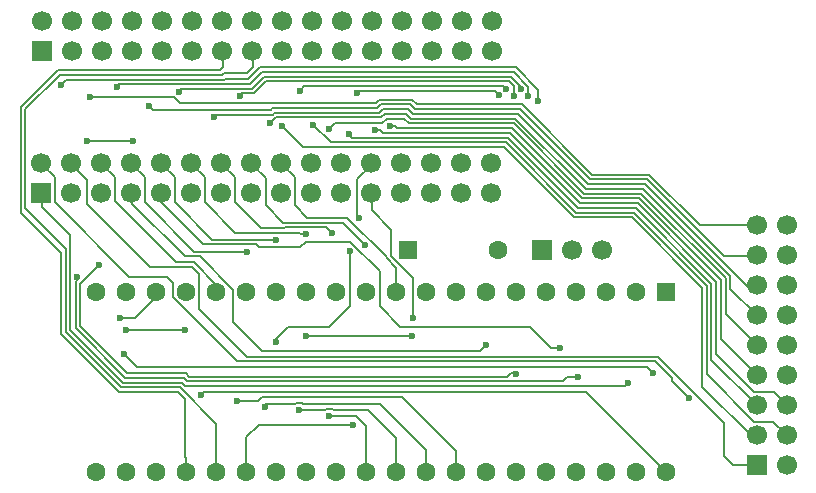
<source format=gbr>
%TF.GenerationSoftware,KiCad,Pcbnew,9.0.3*%
%TF.CreationDate,2025-09-18T22:47:47-04:00*%
%TF.ProjectId,6502-interposer,36353032-2d69-46e7-9465-72706f736572,rev?*%
%TF.SameCoordinates,Original*%
%TF.FileFunction,Copper,L2,Bot*%
%TF.FilePolarity,Positive*%
%FSLAX46Y46*%
G04 Gerber Fmt 4.6, Leading zero omitted, Abs format (unit mm)*
G04 Created by KiCad (PCBNEW 9.0.3) date 2025-09-18 22:47:47*
%MOMM*%
%LPD*%
G01*
G04 APERTURE LIST*
G04 Aperture macros list*
%AMRoundRect*
0 Rectangle with rounded corners*
0 $1 Rounding radius*
0 $2 $3 $4 $5 $6 $7 $8 $9 X,Y pos of 4 corners*
0 Add a 4 corners polygon primitive as box body*
4,1,4,$2,$3,$4,$5,$6,$7,$8,$9,$2,$3,0*
0 Add four circle primitives for the rounded corners*
1,1,$1+$1,$2,$3*
1,1,$1+$1,$4,$5*
1,1,$1+$1,$6,$7*
1,1,$1+$1,$8,$9*
0 Add four rect primitives between the rounded corners*
20,1,$1+$1,$2,$3,$4,$5,0*
20,1,$1+$1,$4,$5,$6,$7,0*
20,1,$1+$1,$6,$7,$8,$9,0*
20,1,$1+$1,$8,$9,$2,$3,0*%
G04 Aperture macros list end*
%TA.AperFunction,ComponentPad*%
%ADD10RoundRect,0.250000X-0.550000X-0.550000X0.550000X-0.550000X0.550000X0.550000X-0.550000X0.550000X0*%
%TD*%
%TA.AperFunction,ComponentPad*%
%ADD11C,1.600000*%
%TD*%
%TA.AperFunction,ComponentPad*%
%ADD12R,1.700000X1.700000*%
%TD*%
%TA.AperFunction,ComponentPad*%
%ADD13C,1.700000*%
%TD*%
%TA.AperFunction,ComponentPad*%
%ADD14RoundRect,0.250000X-0.550000X0.550000X-0.550000X-0.550000X0.550000X-0.550000X0.550000X0.550000X0*%
%TD*%
%TA.AperFunction,ViaPad*%
%ADD15C,0.600000*%
%TD*%
%TA.AperFunction,Conductor*%
%ADD16C,0.200000*%
%TD*%
G04 APERTURE END LIST*
D10*
%TO.P,D1,1,K*%
%TO.N,/vcc2*%
X78690000Y-61000000D03*
D11*
%TO.P,D1,2,A*%
%TO.N,Net-(D1-A)*%
X86310000Y-61000000D03*
%TD*%
D12*
%TO.P,J2,1,CH-1*%
%TO.N,/A8*%
X47660000Y-44140000D03*
D13*
%TO.P,J2,2,CH-2*%
%TO.N,/A9*%
X50200000Y-44140000D03*
%TO.P,J2,3,CH-3*%
%TO.N,/A10*%
X52740000Y-44140000D03*
%TO.P,J2,4,CH-4*%
%TO.N,/A11*%
X55280000Y-44140000D03*
%TO.P,J2,5,CH-5*%
%TO.N,/A12*%
X57820000Y-44140000D03*
%TO.P,J2,6,CH-6*%
%TO.N,/A13*%
X60360000Y-44140000D03*
%TO.P,J2,7,CH-7*%
%TO.N,/A14*%
X62900000Y-44140000D03*
%TO.P,J2,8,CH-8*%
%TO.N,/A15*%
X65440000Y-44140000D03*
%TO.P,J2,9,CH-9*%
%TO.N,/Opt2.1*%
X67980000Y-44140000D03*
%TO.P,J2,10,CH-10*%
%TO.N,/Opt2.2*%
X70520000Y-44140000D03*
%TO.P,J2,11,CH-11*%
%TO.N,/Opt2.3*%
X73060000Y-44140000D03*
%TO.P,J2,12,CH-12*%
%TO.N,/Opt2.4*%
X75600000Y-44140000D03*
%TO.P,J2,13,3V3*%
%TO.N,unconnected-(J2-3V3-Pad13)*%
X78140000Y-44140000D03*
%TO.P,J2,14,5V0*%
%TO.N,/vcc2*%
X80680000Y-44140000D03*
%TO.P,J2,15,VRF*%
%TO.N,+5V*%
X83220000Y-44140000D03*
%TO.P,J2,16,GND*%
%TO.N,GND*%
X85760000Y-44140000D03*
X85760000Y-41600000D03*
%TO.P,J2,18,TRG*%
%TO.N,unconnected-(J2-TRG-Pad18)*%
X83220000Y-41600000D03*
%TO.P,J2,19,5V0*%
%TO.N,/vcc2*%
X80680000Y-41600000D03*
%TO.P,J2,20,3V3*%
%TO.N,unconnected-(J2-3V3-Pad20)*%
X78140000Y-41600000D03*
%TO.P,J2,21,CH-13*%
%TO.N,/Opt2.5*%
X75600000Y-41600000D03*
%TO.P,J2,22,CH-14*%
%TO.N,/Opt2.6*%
X73060000Y-41600000D03*
%TO.P,J2,23,CH-15*%
%TO.N,/Opt2.7*%
X70520000Y-41600000D03*
%TO.P,J2,24,CH-16*%
%TO.N,/Opt2.8*%
X67980000Y-41600000D03*
%TO.P,J2,25,CH-17*%
%TO.N,/Opt2.9*%
X65440000Y-41600000D03*
%TO.P,J2,26,CH-18*%
%TO.N,/Opt2.10*%
X62900000Y-41600000D03*
%TO.P,J2,27,CH-19*%
%TO.N,/Opt2.11*%
X60360000Y-41600000D03*
%TO.P,J2,28,CH-20*%
%TO.N,/Opt2.12*%
X57820000Y-41600000D03*
%TO.P,J2,29,CH-21*%
%TO.N,/Opt2.13*%
X55280000Y-41600000D03*
%TO.P,J2,30,CH-22*%
%TO.N,/Opt2.14*%
X52740000Y-41600000D03*
%TO.P,J2,31,CH-23*%
%TO.N,/Opt2.15*%
X50200000Y-41600000D03*
%TO.P,J2,32,CH-24*%
%TO.N,/Opt2.16*%
X47660000Y-41600000D03*
%TD*%
D12*
%TO.P,JP1,1,A*%
%TO.N,unconnected-(JP1-A-Pad1)*%
X89960000Y-61000000D03*
D13*
%TO.P,JP1,2,C*%
%TO.N,+5V*%
X92500000Y-61000000D03*
%TO.P,JP1,3,B*%
%TO.N,Net-(D1-A)*%
X95040000Y-61000000D03*
%TD*%
D14*
%TO.P,U1,1,VSS*%
%TO.N,GND*%
X100500000Y-64510000D03*
D11*
%TO.P,U1,2,RDY*%
%TO.N,/RDY*%
X97960000Y-64510000D03*
%TO.P,U1,3,\u03D51*%
%TO.N,unconnected-(U1-\u03D51-Pad3)*%
X95420000Y-64510000D03*
%TO.P,U1,4,~{IRQ}*%
%TO.N,/~{IRQ}*%
X92880000Y-64510000D03*
%TO.P,U1,5,nc*%
%TO.N,unconnected-(U1-nc-Pad5)*%
X90340000Y-64510000D03*
%TO.P,U1,6,~{NMI}*%
%TO.N,/~{NMI}*%
X87800000Y-64510000D03*
%TO.P,U1,7,SYNC*%
%TO.N,unconnected-(U1-SYNC-Pad7)*%
X85260000Y-64510000D03*
%TO.P,U1,8,VCC*%
%TO.N,+5V*%
X82720000Y-64510000D03*
%TO.P,U1,9,A0*%
%TO.N,/A0*%
X80180000Y-64510000D03*
%TO.P,U1,10,A1*%
%TO.N,/A1*%
X77640000Y-64510000D03*
%TO.P,U1,11,A2*%
%TO.N,/A2*%
X75100000Y-64510000D03*
%TO.P,U1,12,A3*%
%TO.N,/A3*%
X72560000Y-64510000D03*
%TO.P,U1,13,A4*%
%TO.N,/A4*%
X70020000Y-64510000D03*
%TO.P,U1,14,A5*%
%TO.N,/A5*%
X67480000Y-64510000D03*
%TO.P,U1,15,A6*%
%TO.N,/A6*%
X64940000Y-64510000D03*
%TO.P,U1,16,A7*%
%TO.N,/A7*%
X62400000Y-64510000D03*
%TO.P,U1,17,A8*%
%TO.N,/A8*%
X59860000Y-64510000D03*
%TO.P,U1,18,A9*%
%TO.N,/A9*%
X57320000Y-64510000D03*
%TO.P,U1,19,A10*%
%TO.N,/A10*%
X54780000Y-64510000D03*
%TO.P,U1,20,A11*%
%TO.N,/A11*%
X52240000Y-64510000D03*
%TO.P,U1,21,VSS*%
%TO.N,GND*%
X52240000Y-79750000D03*
%TO.P,U1,22,A12*%
%TO.N,/A12*%
X54780000Y-79750000D03*
%TO.P,U1,23,A13*%
%TO.N,/A13*%
X57320000Y-79750000D03*
%TO.P,U1,24,A14*%
%TO.N,/A14*%
X59860000Y-79750000D03*
%TO.P,U1,25,A15*%
%TO.N,/A15*%
X62400000Y-79750000D03*
%TO.P,U1,26,D7*%
%TO.N,/D7*%
X64940000Y-79750000D03*
%TO.P,U1,27,D6*%
%TO.N,/D6*%
X67480000Y-79750000D03*
%TO.P,U1,28,D5*%
%TO.N,/D5*%
X70020000Y-79750000D03*
%TO.P,U1,29,D4*%
%TO.N,/D4*%
X72560000Y-79750000D03*
%TO.P,U1,30,D3*%
%TO.N,/D3*%
X75100000Y-79750000D03*
%TO.P,U1,31,D2*%
%TO.N,/D2*%
X77640000Y-79750000D03*
%TO.P,U1,32,D1*%
%TO.N,/D1*%
X80180000Y-79750000D03*
%TO.P,U1,33,D0*%
%TO.N,/D0*%
X82720000Y-79750000D03*
%TO.P,U1,34,R/~{W}*%
%TO.N,/R{slash}~{W}*%
X85260000Y-79750000D03*
%TO.P,U1,35,nc*%
%TO.N,unconnected-(U1-nc-Pad35)*%
X87800000Y-79750000D03*
%TO.P,U1,36,nc*%
%TO.N,unconnected-(U1-nc-Pad36)*%
X90340000Y-79750000D03*
%TO.P,U1,37,\u03D50*%
%TO.N,/\u03D50*%
X92880000Y-79750000D03*
%TO.P,U1,38,~{SO}*%
%TO.N,unconnected-(U1-~{SO}-Pad38)*%
X95420000Y-79750000D03*
%TO.P,U1,39,\u03D52*%
%TO.N,unconnected-(U1-\u03D52-Pad39)*%
X97960000Y-79750000D03*
%TO.P,U1,40,~{RES}*%
%TO.N,/~{RES}*%
X100500000Y-79750000D03*
%TD*%
D12*
%TO.P,J3,1,Pin_1*%
%TO.N,/Opt1.1*%
X108210000Y-79200000D03*
D13*
%TO.P,J3,2,Pin_2*%
%TO.N,/Opt1.2*%
X110750000Y-79200000D03*
%TO.P,J3,3,Pin_3*%
%TO.N,/Opt2.1*%
X108210000Y-76660000D03*
%TO.P,J3,4,Pin_4*%
%TO.N,/Opt2.2*%
X110750000Y-76660000D03*
%TO.P,J3,5,Pin_5*%
%TO.N,/Opt2.3*%
X108210000Y-74120000D03*
%TO.P,J3,6,Pin_6*%
%TO.N,/Opt2.4*%
X110750000Y-74120000D03*
%TO.P,J3,7,Pin_7*%
%TO.N,/Opt2.5*%
X108210000Y-71580000D03*
%TO.P,J3,8,Pin_8*%
%TO.N,/Opt2.6*%
X110750000Y-71580000D03*
%TO.P,J3,9,Pin_9*%
%TO.N,/Opt2.7*%
X108210000Y-69040000D03*
%TO.P,J3,10,Pin_10*%
%TO.N,/Opt2.8*%
X110750000Y-69040000D03*
%TO.P,J3,11,Pin_11*%
%TO.N,/Opt2.9*%
X108210000Y-66500000D03*
%TO.P,J3,12,Pin_12*%
%TO.N,/Opt2.10*%
X110750000Y-66500000D03*
%TO.P,J3,13,Pin_13*%
%TO.N,/Opt2.11*%
X108210000Y-63960000D03*
%TO.P,J3,14,Pin_14*%
%TO.N,/Opt2.12*%
X110750000Y-63960000D03*
%TO.P,J3,15,Pin_15*%
%TO.N,/Opt2.13*%
X108210000Y-61420000D03*
%TO.P,J3,16,Pin_16*%
%TO.N,/Opt2.14*%
X110750000Y-61420000D03*
%TO.P,J3,17,Pin_17*%
%TO.N,/Opt2.15*%
X108210000Y-58880000D03*
%TO.P,J3,18,Pin_18*%
%TO.N,/Opt2.16*%
X110750000Y-58880000D03*
%TD*%
D12*
%TO.P,J1,1,CH-1*%
%TO.N,/RDY*%
X47580000Y-56140000D03*
D13*
%TO.P,J1,2,CH-2*%
%TO.N,/~{IRQ}*%
X50120000Y-56140000D03*
%TO.P,J1,3,CH-3*%
%TO.N,/~{NMI}*%
X52660000Y-56140000D03*
%TO.P,J1,4,CH-4*%
%TO.N,/R{slash}~{W}*%
X55200000Y-56140000D03*
%TO.P,J1,5,CH-5*%
%TO.N,/\u03D50*%
X57740000Y-56140000D03*
%TO.P,J1,6,CH-6*%
%TO.N,/~{RES}*%
X60280000Y-56140000D03*
%TO.P,J1,7,CH-7*%
%TO.N,/D0*%
X62820000Y-56140000D03*
%TO.P,J1,8,CH-8*%
%TO.N,/D1*%
X65360000Y-56140000D03*
%TO.P,J1,9,CH-9*%
%TO.N,/D2*%
X67900000Y-56140000D03*
%TO.P,J1,10,CH-10*%
%TO.N,/D3*%
X70440000Y-56140000D03*
%TO.P,J1,11,CH-11*%
%TO.N,/D4*%
X72980000Y-56140000D03*
%TO.P,J1,12,CH-12*%
%TO.N,/D5*%
X75520000Y-56140000D03*
%TO.P,J1,13,3V3*%
%TO.N,unconnected-(J1-3V3-Pad13)*%
X78060000Y-56140000D03*
%TO.P,J1,14,5V0*%
%TO.N,/vcc2*%
X80600000Y-56140000D03*
%TO.P,J1,15,VRF*%
%TO.N,+5V*%
X83140000Y-56140000D03*
%TO.P,J1,16,GND*%
%TO.N,GND*%
X85680000Y-56140000D03*
%TO.P,J1,17,GND*%
X85680000Y-53600000D03*
%TO.P,J1,18,TRG*%
%TO.N,unconnected-(J1-TRG-Pad18)*%
X83140000Y-53600000D03*
%TO.P,J1,19,5V0*%
%TO.N,/vcc2*%
X80600000Y-53600000D03*
%TO.P,J1,20,3V3*%
%TO.N,unconnected-(J1-3V3-Pad20)*%
X78060000Y-53600000D03*
%TO.P,J1,21,CH-13*%
%TO.N,/D6*%
X75520000Y-53600000D03*
%TO.P,J1,22,CH-14*%
%TO.N,/D7*%
X72980000Y-53600000D03*
%TO.P,J1,23,CH-15*%
%TO.N,/A0*%
X70440000Y-53600000D03*
%TO.P,J1,24,CH-16*%
%TO.N,/A1*%
X67900000Y-53600000D03*
%TO.P,J1,25,CH-17*%
%TO.N,/A2*%
X65360000Y-53600000D03*
%TO.P,J1,26,CH-18*%
%TO.N,/A3*%
X62820000Y-53600000D03*
%TO.P,J1,27,CH-19*%
%TO.N,/A4*%
X60280000Y-53600000D03*
%TO.P,J1,28,CH-20*%
%TO.N,/A5*%
X57740000Y-53600000D03*
%TO.P,J1,29,CH-21*%
%TO.N,/A6*%
X55200000Y-53600000D03*
%TO.P,J1,30,CH-22*%
%TO.N,/A7*%
X52660000Y-53600000D03*
%TO.P,J1,31,CH-23*%
%TO.N,/Opt1.1*%
X50120000Y-53600000D03*
%TO.P,J1,32,CH-24*%
%TO.N,/Opt1.2*%
X47580000Y-53600000D03*
%TD*%
D15*
%TO.N,/Opt1.2*%
X102475735Y-73524265D03*
%TO.N,/Opt2.9*%
X67000000Y-50250000D03*
%TO.N,/Opt2.16*%
X89668315Y-48331685D03*
X49250000Y-47001000D03*
%TO.N,/Opt2.6*%
X74311000Y-47704000D03*
X86380000Y-47890000D03*
%TO.N,/Opt2.11*%
X62250000Y-49750000D03*
%TO.N,/Opt2.15*%
X51750000Y-48000000D03*
%TO.N,/Opt2.13*%
X56750000Y-48750000D03*
%TO.N,/Opt2.12*%
X88194043Y-47335680D03*
X59250000Y-47553000D03*
%TO.N,/Opt2.3*%
X73625000Y-51125000D03*
%TO.N,/Opt2.14*%
X53991000Y-47152000D03*
X88850000Y-47968658D03*
%TO.N,/Opt2.2*%
X70620000Y-50370000D03*
%TO.N,/Opt2.5*%
X77098357Y-50447000D03*
%TO.N,/Opt2.8*%
X69469000Y-47500000D03*
X86923535Y-47303000D03*
%TO.N,/Opt2.7*%
X72000000Y-50750000D03*
%TO.N,/Opt2.4*%
X75854634Y-50848000D03*
%TO.N,/D7*%
X74000000Y-75750000D03*
%TO.N,/D2*%
X69420000Y-74500000D03*
%TO.N,/D3*%
X72000000Y-75000000D03*
%TO.N,/RDY*%
X97250000Y-72250000D03*
%TO.N,/A6*%
X65000000Y-61101000D03*
%TO.N,/A8*%
X54750000Y-67750000D03*
X59750000Y-67750000D03*
%TO.N,/D5*%
X79079000Y-66750000D03*
X70000000Y-68250000D03*
X79000000Y-68250000D03*
%TO.N,/A2*%
X75003093Y-60576952D03*
%TO.N,/A11*%
X51500000Y-51750000D03*
X55380000Y-51750000D03*
%TO.N,/\u03D50*%
X91500000Y-69250000D03*
%TO.N,/A4*%
X70020000Y-59652000D03*
%TO.N,/D1*%
X66500000Y-74250000D03*
%TO.N,/D0*%
X64182285Y-73750000D03*
%TO.N,/A9*%
X54250000Y-66750000D03*
%TO.N,/~{RES}*%
X61125000Y-73250000D03*
%TO.N,/A5*%
X67459412Y-60100000D03*
%TO.N,/R{slash}~{W}*%
X85250000Y-69000000D03*
%TO.N,/A3*%
X72200735Y-59549265D03*
%TO.N,GND*%
X99400000Y-71400000D03*
X54600000Y-69800000D03*
%TO.N,/~{NMI}*%
X52500000Y-62250000D03*
X87750000Y-71499000D03*
%TO.N,/~{IRQ}*%
X93000000Y-71750000D03*
X50652000Y-63249473D03*
%TO.N,/D6*%
X67500000Y-68750000D03*
X73700735Y-61049265D03*
X74500000Y-58250000D03*
%TO.N,/Opt2.10*%
X64406171Y-47902000D03*
X87581000Y-47968658D03*
%TO.N,/Opt2.1*%
X68000000Y-50500000D03*
%TD*%
D16*
%TO.N,/A15*%
X65540000Y-44250000D02*
X65540000Y-45500000D01*
X65540000Y-45500000D02*
X65040000Y-46000000D01*
X46252000Y-57452000D02*
X49651000Y-60851000D01*
X49651000Y-60851000D02*
X49651000Y-67883900D01*
X63067100Y-46000000D02*
X62916100Y-46151000D01*
X62400000Y-75685200D02*
X62400000Y-79750000D01*
X62916100Y-46151000D02*
X49166100Y-46151000D01*
X65040000Y-46000000D02*
X63067100Y-46000000D01*
X46252000Y-49065100D02*
X46252000Y-57452000D01*
X49651000Y-67883900D02*
X54366100Y-72599000D01*
X54366100Y-72599000D02*
X59313800Y-72599000D01*
X49166100Y-46151000D02*
X46252000Y-49065100D01*
X59313800Y-72599000D02*
X62400000Y-75685200D01*
%TO.N,/Opt1.2*%
X47680000Y-53750000D02*
X48731000Y-54801000D01*
X64192950Y-70400000D02*
X99600000Y-70400000D01*
X48731000Y-54801000D02*
X48731000Y-56931000D01*
X58759000Y-63759000D02*
X58759000Y-64966050D01*
X48731000Y-56931000D02*
X55050000Y-63250000D01*
X101000000Y-71800000D02*
X101000000Y-72048530D01*
X55050000Y-63250000D02*
X58250000Y-63250000D01*
X58250000Y-63250000D02*
X58759000Y-63759000D01*
X58759000Y-64966050D02*
X64192950Y-70400000D01*
X99600000Y-70400000D02*
X101000000Y-71800000D01*
X101000000Y-72048530D02*
X102475735Y-73524265D01*
%TO.N,/Opt1.1*%
X50220000Y-53750000D02*
X51509000Y-55039000D01*
X56808550Y-62408550D02*
X60341450Y-62408550D01*
X60341450Y-62408550D02*
X60961000Y-63028100D01*
X99800000Y-70000000D02*
X105400000Y-75600000D01*
X106200000Y-79200000D02*
X108210000Y-79200000D01*
X105400000Y-78400000D02*
X106200000Y-79200000D01*
X65000000Y-70000000D02*
X99800000Y-70000000D01*
X51509000Y-55039000D02*
X51509000Y-57109000D01*
X51509000Y-57109000D02*
X56808550Y-62408550D01*
X60961000Y-65961000D02*
X65000000Y-70000000D01*
X105400000Y-75600000D02*
X105400000Y-78400000D01*
X60961000Y-63028100D02*
X60961000Y-65961000D01*
%TO.N,/A7*%
X52760000Y-53750000D02*
X53811000Y-54801000D01*
X53811000Y-54801000D02*
X53811000Y-56811000D01*
X53811000Y-56811000D02*
X59000000Y-62000000D01*
X59000000Y-62000000D02*
X60500000Y-62000000D01*
X60500000Y-62000000D02*
X62400000Y-63900000D01*
X62400000Y-63900000D02*
X62400000Y-64510000D01*
%TO.N,/A6*%
X55300000Y-53750000D02*
X56351000Y-54801000D01*
X56351000Y-54801000D02*
X56351000Y-56912000D01*
X64998000Y-61099000D02*
X65000000Y-61101000D01*
X56351000Y-56912000D02*
X60538000Y-61099000D01*
X60538000Y-61099000D02*
X64998000Y-61099000D01*
%TO.N,/A3*%
X62920000Y-53750000D02*
X64000000Y-54830000D01*
X69770057Y-59052000D02*
X69771057Y-59051000D01*
X68187900Y-59099000D02*
X68234900Y-59052000D01*
X71703470Y-59052000D02*
X72200735Y-59549265D01*
X64000000Y-54830000D02*
X64000000Y-56929000D01*
X66170000Y-59099000D02*
X68187900Y-59099000D01*
X70268943Y-59051000D02*
X70269943Y-59052000D01*
X64000000Y-56929000D02*
X66170000Y-59099000D01*
X68234900Y-59052000D02*
X69770057Y-59052000D01*
X69771057Y-59051000D02*
X70268943Y-59051000D01*
X70269943Y-59052000D02*
X71703470Y-59052000D01*
%TO.N,/A2*%
X75003093Y-60524307D02*
X73129786Y-58651000D01*
X73129786Y-58651000D02*
X68051000Y-58651000D01*
X68051000Y-58651000D02*
X66600000Y-57200000D01*
X66600000Y-57200000D02*
X66600000Y-54890000D01*
X75003093Y-60576952D02*
X75003093Y-60524307D01*
X66600000Y-54890000D02*
X65460000Y-53750000D01*
%TO.N,/D6*%
X74500000Y-58250000D02*
X74369000Y-58119000D01*
X74369000Y-58119000D02*
X74369000Y-55001000D01*
X74369000Y-55001000D02*
X75620000Y-53750000D01*
%TO.N,/A5*%
X57840000Y-53750000D02*
X58891000Y-54801000D01*
X58891000Y-54801000D02*
X58891000Y-56900000D01*
X58891000Y-56900000D02*
X62091000Y-60100000D01*
X62091000Y-60100000D02*
X67459412Y-60100000D01*
%TO.N,/A4*%
X60380000Y-53750000D02*
X61431000Y-54801000D01*
X61431000Y-54801000D02*
X61431000Y-56931000D01*
X61431000Y-56931000D02*
X64000000Y-59500000D01*
X64000000Y-59500000D02*
X69446000Y-59500000D01*
X69446000Y-59500000D02*
X69598000Y-59652000D01*
X69598000Y-59652000D02*
X70020000Y-59652000D01*
%TO.N,/A1*%
X68000000Y-53750000D02*
X69051000Y-54801000D01*
X69051000Y-57162000D02*
X70139000Y-58250000D01*
X69051000Y-54801000D02*
X69051000Y-57162000D01*
X70139000Y-58250000D02*
X73524670Y-58250000D01*
X77640000Y-62457100D02*
X77640000Y-64510000D01*
X73524670Y-58250000D02*
X76849000Y-61574330D01*
X76849000Y-61574330D02*
X76849000Y-61666100D01*
X76849000Y-61666100D02*
X77640000Y-62457100D01*
%TO.N,/Opt2.9*%
X93694600Y-55792000D02*
X87746600Y-49844000D01*
X105948000Y-63161200D02*
X98578800Y-55792000D01*
X76683314Y-49445000D02*
X76378314Y-49750000D01*
X108210000Y-66500000D02*
X105948000Y-64238000D01*
X98578800Y-55792000D02*
X93694600Y-55792000D01*
X78517100Y-49445000D02*
X76683314Y-49445000D01*
X78916100Y-49844000D02*
X78517100Y-49445000D01*
X105948000Y-64238000D02*
X105948000Y-63161200D01*
X87746600Y-49844000D02*
X78916100Y-49844000D01*
X67500000Y-49750000D02*
X67000000Y-50250000D01*
X76378314Y-49750000D02*
X67500000Y-49750000D01*
%TO.N,/Opt2.16*%
X64988314Y-46500000D02*
X64987314Y-46499000D01*
X63134200Y-46500000D02*
X63082200Y-46552000D01*
X49699000Y-46552000D02*
X49250000Y-47001000D01*
X86251700Y-45500000D02*
X66107100Y-45500000D01*
X59666043Y-46552000D02*
X59665043Y-46551000D01*
X63825028Y-46499000D02*
X63824028Y-46500000D01*
X58834957Y-46551000D02*
X58833957Y-46552000D01*
X89668315Y-48331685D02*
X89668315Y-47388587D01*
X87778728Y-45499000D02*
X86252700Y-45499000D01*
X53742057Y-46551000D02*
X53741057Y-46552000D01*
X54240943Y-46552000D02*
X54239943Y-46551000D01*
X89668315Y-47388587D02*
X87778728Y-45499000D01*
X58833957Y-46552000D02*
X54240943Y-46552000D01*
X59665043Y-46551000D02*
X58834957Y-46551000D01*
X64987314Y-46499000D02*
X63825028Y-46499000D01*
X63824028Y-46500000D02*
X63134200Y-46500000D01*
X66107100Y-45500000D02*
X65107100Y-46500000D01*
X53741057Y-46552000D02*
X49699000Y-46552000D01*
X86252700Y-45499000D02*
X86251700Y-45500000D01*
X63082200Y-46552000D02*
X59666043Y-46552000D01*
X65107100Y-46500000D02*
X64988314Y-46500000D01*
X54239943Y-46551000D02*
X53742057Y-46551000D01*
%TO.N,/Opt2.6*%
X85995000Y-47505000D02*
X74556000Y-47505000D01*
X74357000Y-47704000D02*
X74311000Y-47704000D01*
X74556000Y-47505000D02*
X74357000Y-47704000D01*
X86380000Y-47890000D02*
X85995000Y-47505000D01*
%TO.N,/Opt2.11*%
X67182900Y-49500000D02*
X67333900Y-49349000D01*
X79082200Y-49443000D02*
X87943000Y-49443000D01*
X62500000Y-49500000D02*
X67182900Y-49500000D01*
X93891000Y-55391000D02*
X98744900Y-55391000D01*
X76212214Y-49349000D02*
X76517214Y-49044000D01*
X98744900Y-55391000D02*
X107353900Y-64000000D01*
X108170000Y-64000000D02*
X108210000Y-63960000D01*
X67333900Y-49349000D02*
X76212214Y-49349000D01*
X87943000Y-49443000D02*
X93891000Y-55391000D01*
X107353900Y-64000000D02*
X108170000Y-64000000D01*
X78683200Y-49044000D02*
X79082200Y-49443000D01*
X76517214Y-49044000D02*
X78683200Y-49044000D01*
X62250000Y-49750000D02*
X62500000Y-49500000D01*
%TO.N,/Opt2.15*%
X94223200Y-54589000D02*
X88275200Y-48641000D01*
X58847057Y-48000000D02*
X51750000Y-48000000D01*
X103368100Y-58880000D02*
X99077100Y-54589000D01*
X79015400Y-48242000D02*
X76185014Y-48242000D01*
X76185014Y-48242000D02*
X75924014Y-48503000D01*
X75924014Y-48503000D02*
X59350057Y-48503000D01*
X88275200Y-48641000D02*
X79414400Y-48641000D01*
X59350057Y-48503000D02*
X58847057Y-48000000D01*
X79414400Y-48641000D02*
X79015400Y-48242000D01*
X108250000Y-58710000D02*
X107460000Y-58710000D01*
X108210000Y-58880000D02*
X103368100Y-58880000D01*
X99077100Y-54589000D02*
X94223200Y-54589000D01*
%TO.N,/Opt2.13*%
X108130000Y-61500000D02*
X105421000Y-61500000D01*
X76351114Y-48643000D02*
X76046114Y-48948000D01*
X57099000Y-49099000D02*
X56750000Y-48750000D01*
X76046114Y-48948000D02*
X67167800Y-48948000D01*
X88109100Y-49042000D02*
X79248300Y-49042000D01*
X67167800Y-48948000D02*
X67016800Y-49099000D01*
X105421000Y-61500000D02*
X98911000Y-54990000D01*
X78849300Y-48643000D02*
X76351114Y-48643000D01*
X108210000Y-61420000D02*
X108130000Y-61500000D01*
X79248300Y-49042000D02*
X78849300Y-48643000D01*
X94057100Y-54990000D02*
X88109100Y-49042000D01*
X67016800Y-49099000D02*
X57099000Y-49099000D01*
X98911000Y-54990000D02*
X94057100Y-54990000D01*
%TO.N,/Opt2.12*%
X64157228Y-47301000D02*
X64156228Y-47302000D01*
X64655114Y-47301000D02*
X64157228Y-47301000D01*
X64656114Y-47302000D02*
X64655114Y-47301000D01*
X64156228Y-47302000D02*
X63466400Y-47302000D01*
X87337165Y-46301000D02*
X86584900Y-46301000D01*
X59449000Y-47354000D02*
X59250000Y-47553000D01*
X63466400Y-47302000D02*
X63414400Y-47354000D01*
X63414400Y-47354000D02*
X59449000Y-47354000D01*
X88194043Y-47335680D02*
X88194043Y-47157878D01*
X86584900Y-46301000D02*
X86583900Y-46302000D01*
X66439300Y-46302000D02*
X65439300Y-47302000D01*
X65439300Y-47302000D02*
X64656114Y-47302000D01*
X86583900Y-46302000D02*
X66439300Y-46302000D01*
X88194043Y-47157878D02*
X87337165Y-46301000D01*
%TO.N,/Opt2.3*%
X93030200Y-57396000D02*
X97914400Y-57396000D01*
X87082200Y-51448000D02*
X93030200Y-57396000D01*
X73625000Y-51125000D02*
X73948000Y-51448000D01*
X104344000Y-63825600D02*
X104344000Y-70254000D01*
X104344000Y-70254000D02*
X108210000Y-74120000D01*
X73948000Y-51448000D02*
X87082200Y-51448000D01*
X97914400Y-57396000D02*
X104344000Y-63825600D01*
%TO.N,/Opt2.14*%
X88850000Y-47968658D02*
X88850000Y-47137372D01*
X66273200Y-45901000D02*
X65273200Y-46901000D01*
X54190000Y-46953000D02*
X53991000Y-47152000D01*
X59000057Y-46953000D02*
X54190000Y-46953000D01*
X87613628Y-45901000D02*
X87504265Y-45901000D01*
X64821214Y-46900000D02*
X63991128Y-46900000D01*
X63300300Y-46901000D02*
X63248300Y-46953000D01*
X59499943Y-46953000D02*
X59498943Y-46952000D01*
X87504265Y-45901000D02*
X87503265Y-45900000D01*
X59001057Y-46952000D02*
X59000057Y-46953000D01*
X59498943Y-46952000D02*
X59001057Y-46952000D01*
X63248300Y-46953000D02*
X59499943Y-46953000D01*
X63991128Y-46900000D02*
X63990128Y-46901000D01*
X87503265Y-45900000D02*
X86418800Y-45900000D01*
X86417800Y-45901000D02*
X66273200Y-45901000D01*
X86418800Y-45900000D02*
X86417800Y-45901000D01*
X64822214Y-46901000D02*
X64821214Y-46900000D01*
X65273200Y-46901000D02*
X64822214Y-46901000D01*
X63990128Y-46901000D02*
X63300300Y-46901000D01*
X88850000Y-47137372D02*
X87613628Y-45901000D01*
%TO.N,/Opt2.2*%
X103943000Y-71480760D02*
X103943000Y-63991700D01*
X109590000Y-75500000D02*
X107962240Y-75500000D01*
X107962240Y-75500000D02*
X103943000Y-71480760D01*
X92864100Y-57797000D02*
X86916100Y-51849000D01*
X103943000Y-63991700D02*
X97748300Y-57797000D01*
X72099000Y-51849000D02*
X70620000Y-50370000D01*
X97748300Y-57797000D02*
X92864100Y-57797000D01*
X110750000Y-76660000D02*
X109590000Y-75500000D01*
X86916100Y-51849000D02*
X72099000Y-51849000D01*
%TO.N,/Opt2.5*%
X98246600Y-56594000D02*
X105146000Y-63493400D01*
X105146000Y-68516000D02*
X108210000Y-71580000D01*
X77552000Y-50447000D02*
X77751000Y-50646000D01*
X75700000Y-41710000D02*
X75750000Y-41660000D01*
X77751000Y-50646000D02*
X87414400Y-50646000D01*
X87414400Y-50646000D02*
X93362400Y-56594000D01*
X77098357Y-50447000D02*
X77552000Y-50447000D01*
X93362400Y-56594000D02*
X98246600Y-56594000D01*
X105146000Y-63493400D02*
X105146000Y-68516000D01*
%TO.N,/Opt2.8*%
X86724535Y-47104000D02*
X69865000Y-47104000D01*
X69865000Y-47104000D02*
X69469000Y-47500000D01*
X86923535Y-47303000D02*
X86724535Y-47104000D01*
%TO.N,/Opt2.7*%
X76103577Y-50247000D02*
X75605691Y-50247000D01*
X75605691Y-50247000D02*
X75602691Y-50250000D01*
X72500000Y-50250000D02*
X72000000Y-50750000D01*
X78750000Y-50245000D02*
X78351000Y-49846000D01*
X93528500Y-56193000D02*
X87580500Y-50245000D01*
X75602691Y-50250000D02*
X72500000Y-50250000D01*
X78351000Y-49846000D02*
X76849414Y-49846000D01*
X87580500Y-50245000D02*
X78750000Y-50245000D01*
X76445414Y-50250000D02*
X76106577Y-50250000D01*
X108210000Y-69040000D02*
X105547000Y-66377000D01*
X105547000Y-66377000D02*
X105547000Y-63327300D01*
X76849414Y-49846000D02*
X76445414Y-50250000D01*
X98412700Y-56193000D02*
X93528500Y-56193000D01*
X105547000Y-63327300D02*
X98412700Y-56193000D01*
X76106577Y-50250000D02*
X76103577Y-50247000D01*
%TO.N,/Opt2.4*%
X104745000Y-63659500D02*
X104745000Y-69742760D01*
X76501000Y-51047000D02*
X87248300Y-51047000D01*
X93196300Y-56995000D02*
X98080500Y-56995000D01*
X98080500Y-56995000D02*
X104745000Y-63659500D01*
X104745000Y-69742760D02*
X107971240Y-72969000D01*
X75854634Y-50848000D02*
X76302000Y-50848000D01*
X107971240Y-72969000D02*
X109599000Y-72969000D01*
X87248300Y-51047000D02*
X93196300Y-56995000D01*
X109599000Y-72969000D02*
X110750000Y-74120000D01*
X76302000Y-50848000D02*
X76501000Y-51047000D01*
%TO.N,/D7*%
X66000000Y-75750000D02*
X64940000Y-76810000D01*
X64940000Y-76810000D02*
X64940000Y-79750000D01*
X74000000Y-75750000D02*
X66000000Y-75750000D01*
%TO.N,/D2*%
X77640000Y-76890000D02*
X77640000Y-79750000D01*
X72248943Y-74399000D02*
X72349943Y-74500000D01*
X72349943Y-74500000D02*
X75250000Y-74500000D01*
X71751057Y-74399000D02*
X72248943Y-74399000D01*
X71650057Y-74500000D02*
X71751057Y-74399000D01*
X75250000Y-74500000D02*
X77640000Y-76890000D01*
X69420000Y-74500000D02*
X71650057Y-74500000D01*
%TO.N,/D3*%
X72000000Y-75000000D02*
X74250000Y-75000000D01*
X74250000Y-75000000D02*
X75100000Y-75850000D01*
X75100000Y-75850000D02*
X75100000Y-79750000D01*
%TO.N,/RDY*%
X47680000Y-57362900D02*
X47680000Y-56290000D01*
X54532200Y-72198000D02*
X50052000Y-67717800D01*
X59479900Y-72198000D02*
X54532200Y-72198000D01*
X97250000Y-72250000D02*
X97000000Y-72500000D01*
X50052000Y-59734900D02*
X47680000Y-57362900D01*
X50052000Y-67717800D02*
X50052000Y-59734900D01*
X97000000Y-72500000D02*
X59781900Y-72500000D01*
X59781900Y-72500000D02*
X59479900Y-72198000D01*
%TO.N,/A8*%
X59860000Y-65140000D02*
X59860000Y-64510000D01*
X54750000Y-67750000D02*
X59750000Y-67750000D01*
%TO.N,/D5*%
X77250000Y-61500000D02*
X79079000Y-63329000D01*
X75620000Y-56290000D02*
X75620000Y-57620000D01*
X79079000Y-63329000D02*
X79079000Y-66750000D01*
X77250000Y-59250000D02*
X77250000Y-61500000D01*
X75620000Y-57620000D02*
X77250000Y-59250000D01*
X70000000Y-68250000D02*
X79000000Y-68250000D01*
%TO.N,/A11*%
X51500000Y-51750000D02*
X55380000Y-51750000D01*
%TO.N,/\u03D50*%
X90750000Y-69250000D02*
X89000000Y-67500000D01*
X76250000Y-62750000D02*
X73753000Y-60253000D01*
X89000000Y-67500000D02*
X78000000Y-67500000D01*
X69503000Y-60750000D02*
X65999000Y-60750000D01*
X57840000Y-57022900D02*
X57840000Y-56290000D01*
X73753000Y-60253000D02*
X70000000Y-60253000D01*
X91500000Y-69250000D02*
X90750000Y-69250000D01*
X61318100Y-60501000D02*
X57840000Y-57022900D01*
X65750000Y-60501000D02*
X61318100Y-60501000D01*
X65999000Y-60750000D02*
X65750000Y-60501000D01*
X76250000Y-65750000D02*
X76250000Y-62750000D01*
X78000000Y-67500000D02*
X76250000Y-65750000D01*
X70000000Y-60253000D02*
X69503000Y-60750000D01*
%TO.N,/A14*%
X54200000Y-73000000D02*
X49250000Y-68050000D01*
X49000000Y-45750000D02*
X62750000Y-45750000D01*
X62750000Y-45750000D02*
X63000000Y-45500000D01*
X59860000Y-79750000D02*
X59860000Y-78610000D01*
X59750000Y-78500000D02*
X59750000Y-73602300D01*
X63000000Y-45500000D02*
X63000000Y-44250000D01*
X45851000Y-57851000D02*
X45851000Y-48899000D01*
X59147700Y-73000000D02*
X54200000Y-73000000D01*
X49250000Y-61250000D02*
X45851000Y-57851000D01*
X49250000Y-68050000D02*
X49250000Y-61250000D01*
X45851000Y-48899000D02*
X49000000Y-45750000D01*
X59750000Y-73602300D02*
X59147700Y-73000000D01*
X59860000Y-78610000D02*
X59750000Y-78500000D01*
%TO.N,/D1*%
X69769943Y-74000000D02*
X71582957Y-74000000D01*
X76250000Y-74000000D02*
X80180000Y-77930000D01*
X69171057Y-73899000D02*
X69668943Y-73899000D01*
X80180000Y-77930000D02*
X80180000Y-79750000D01*
X71584957Y-73998000D02*
X72415043Y-73998000D01*
X71582957Y-74000000D02*
X71584957Y-73998000D01*
X69668943Y-73899000D02*
X69769943Y-74000000D01*
X69070057Y-74000000D02*
X69171057Y-73899000D01*
X72417043Y-74000000D02*
X76250000Y-74000000D01*
X66500000Y-74000000D02*
X69070057Y-74000000D01*
X66500000Y-74250000D02*
X66500000Y-74000000D01*
X72415043Y-73998000D02*
X72417043Y-74000000D01*
%TO.N,/D0*%
X65932900Y-73750000D02*
X66282900Y-73400000D01*
X66282900Y-73400000D02*
X78150000Y-73400000D01*
X82720000Y-77970000D02*
X82720000Y-79750000D01*
X64182285Y-73750000D02*
X65932900Y-73750000D01*
X78150000Y-73400000D02*
X82720000Y-77970000D01*
%TO.N,/A9*%
X54250000Y-66750000D02*
X55500000Y-66750000D01*
X55500000Y-66750000D02*
X57320000Y-64930000D01*
X57320000Y-64930000D02*
X57320000Y-64510000D01*
%TO.N,/~{RES}*%
X64016185Y-72985489D02*
X64348385Y-72985489D01*
X66115800Y-73000000D02*
X66116800Y-72999000D01*
X78316100Y-72999000D02*
X78317100Y-73000000D01*
X78317100Y-73000000D02*
X93750000Y-73000000D01*
X61125000Y-73250000D02*
X61125000Y-73125000D01*
X64362896Y-73000000D02*
X66115800Y-73000000D01*
X93750000Y-73000000D02*
X100500000Y-79750000D01*
X61125000Y-73125000D02*
X61250000Y-73000000D01*
X64348385Y-72985489D02*
X64362896Y-73000000D01*
X61250000Y-73000000D02*
X64001674Y-73000000D01*
X66116800Y-72999000D02*
X78316100Y-72999000D01*
X64001674Y-73000000D02*
X64016185Y-72985489D01*
%TO.N,/R{slash}~{W}*%
X63839000Y-64339000D02*
X61000000Y-61500000D01*
X55300000Y-57050000D02*
X55300000Y-56290000D01*
X61000000Y-61500000D02*
X59750000Y-61500000D01*
X84750000Y-69500000D02*
X66250000Y-69500000D01*
X63839000Y-67089000D02*
X63839000Y-64339000D01*
X85250000Y-69000000D02*
X84750000Y-69500000D01*
X59750000Y-61500000D02*
X55300000Y-57050000D01*
X66250000Y-69500000D02*
X63839000Y-67089000D01*
%TO.N,GND*%
X55698000Y-70898000D02*
X54600000Y-69800000D01*
X99400000Y-71400000D02*
X98898000Y-70898000D01*
X98898000Y-70898000D02*
X55698000Y-70898000D01*
%TO.N,/A0*%
X80180000Y-64510000D02*
X79510000Y-64510000D01*
%TO.N,/~{NMI}*%
X59812100Y-71396000D02*
X54864400Y-71396000D01*
X50901000Y-67432600D02*
X50901000Y-63850416D01*
X87651000Y-71400000D02*
X87350000Y-71400000D01*
X87052000Y-71698000D02*
X60114100Y-71698000D01*
X87750000Y-71499000D02*
X87651000Y-71400000D01*
X51253000Y-63498416D02*
X51253000Y-63497000D01*
X87350000Y-71400000D02*
X87052000Y-71698000D01*
X54864400Y-71396000D02*
X50901000Y-67432600D01*
X51253000Y-63497000D02*
X52500000Y-62250000D01*
X60114100Y-71698000D02*
X59812100Y-71396000D01*
X50901000Y-63850416D02*
X51253000Y-63498416D01*
%TO.N,/~{IRQ}*%
X91781000Y-72099000D02*
X59948000Y-72099000D01*
X50500000Y-63682900D02*
X50652000Y-63530900D01*
X50652000Y-63530900D02*
X50652000Y-63249473D01*
X93000000Y-71750000D02*
X92130000Y-71750000D01*
X54698300Y-71797000D02*
X50500000Y-67598700D01*
X92130000Y-71750000D02*
X91781000Y-72099000D01*
X50500000Y-67598700D02*
X50500000Y-63682900D01*
X59646000Y-71797000D02*
X54698300Y-71797000D01*
X59948000Y-72099000D02*
X59646000Y-71797000D01*
%TO.N,/D6*%
X73750000Y-61098530D02*
X73700735Y-61049265D01*
X67500000Y-68500000D02*
X68500000Y-67500000D01*
X72000000Y-67500000D02*
X73750000Y-65750000D01*
X68500000Y-67500000D02*
X72000000Y-67500000D01*
X73750000Y-65750000D02*
X73750000Y-61098530D01*
X67500000Y-68750000D02*
X67500000Y-68500000D01*
%TO.N,/Opt2.10*%
X87581000Y-47968658D02*
X87594043Y-47955615D01*
X64605171Y-47703000D02*
X64406171Y-47902000D01*
X86751000Y-46702000D02*
X86750000Y-46703000D01*
X86750000Y-46703000D02*
X66605400Y-46703000D01*
X87171065Y-46702000D02*
X86751000Y-46702000D01*
X87594043Y-47124978D02*
X87171065Y-46702000D01*
X65605400Y-47703000D02*
X64605171Y-47703000D01*
X87594043Y-47955615D02*
X87594043Y-47124978D01*
X66605400Y-46703000D02*
X65605400Y-47703000D01*
%TO.N,/Opt2.1*%
X69750000Y-52250000D02*
X86750000Y-52250000D01*
X103542000Y-64157800D02*
X103542000Y-72542000D01*
X68081000Y-50581000D02*
X69750000Y-52250000D01*
X107660000Y-76660000D02*
X108210000Y-76660000D01*
X86750000Y-52250000D02*
X92698000Y-58198000D01*
X103542000Y-72542000D02*
X107660000Y-76660000D01*
X97582200Y-58198000D02*
X103542000Y-64157800D01*
X92698000Y-58198000D02*
X97582200Y-58198000D01*
%TD*%
M02*

</source>
